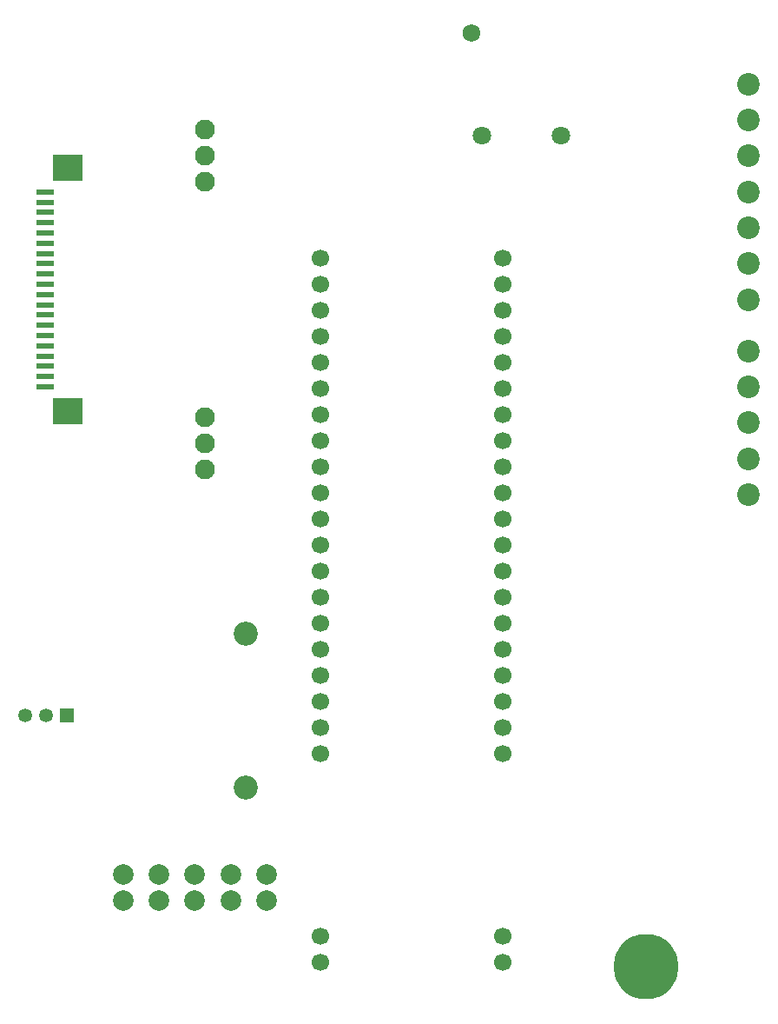
<source format=gbr>
%TF.GenerationSoftware,KiCad,Pcbnew,9.0.2*%
%TF.CreationDate,2025-07-01T09:19:31+03:00*%
%TF.ProjectId,PMCPU-LLP,504d4350-552d-44c4-9c50-2e6b69636164,rev?*%
%TF.SameCoordinates,Original*%
%TF.FileFunction,Soldermask,Bot*%
%TF.FilePolarity,Negative*%
%FSLAX46Y46*%
G04 Gerber Fmt 4.6, Leading zero omitted, Abs format (unit mm)*
G04 Created by KiCad (PCBNEW 9.0.2) date 2025-07-01 09:19:31*
%MOMM*%
%LPD*%
G01*
G04 APERTURE LIST*
%ADD10R,3.000000X2.600000*%
%ADD11R,1.800000X0.600000*%
%ADD12O,6.350000X6.350000*%
%ADD13C,1.800000*%
%ADD14C,1.950000*%
%ADD15R,1.350000X1.350000*%
%ADD16C,1.350000*%
%ADD17C,1.700000*%
%ADD18C,1.725000*%
%ADD19C,2.200000*%
%ADD20C,2.000000*%
%ADD21C,2.350000*%
G04 APERTURE END LIST*
D10*
%TO.C,JM2*%
X-34375000Y8150000D03*
X-34375000Y31850000D03*
D11*
X-36546000Y10500000D03*
X-36546000Y11500000D03*
X-36546000Y12500000D03*
X-36546000Y13500000D03*
X-36546000Y14500000D03*
X-36546000Y15500000D03*
X-36546000Y16500000D03*
X-36546000Y17500000D03*
X-36546000Y18500000D03*
X-36546000Y19500000D03*
X-36546000Y20500000D03*
X-36546000Y21500000D03*
X-36546000Y22500000D03*
X-36546000Y23500000D03*
X-36546000Y24500000D03*
X-36546000Y25500000D03*
X-36546000Y26500000D03*
X-36546000Y27500000D03*
X-36546000Y28500000D03*
X-36546000Y29500000D03*
%TD*%
D12*
%TO.C,PE1*%
X22000000Y-46000000D03*
%TD*%
D13*
%TO.C,J1*%
X13750000Y35000000D03*
X6000000Y35000000D03*
%TD*%
D14*
%TO.C,J5*%
X-21000000Y30460000D03*
X-21000000Y33000000D03*
X-21000000Y35540000D03*
%TD*%
D15*
%TO.C,J11*%
X-34500000Y-21500000D03*
D16*
X-36500000Y-21500000D03*
X-38500000Y-21500000D03*
%TD*%
D14*
%TO.C,J4*%
X-21000000Y2460000D03*
X-21000000Y5000000D03*
X-21000000Y7540000D03*
%TD*%
D17*
%TO.C,U3*%
X-9780000Y23080000D03*
X-9780000Y20540000D03*
X-9780000Y18000000D03*
X-9780000Y15460000D03*
X-9780000Y12920000D03*
X-9780000Y10380000D03*
X-9780000Y7840000D03*
X-9780000Y5300000D03*
X-9780000Y2760000D03*
X-9780000Y220000D03*
X-9780000Y-2320000D03*
X-9780000Y-4860000D03*
X-9780000Y-7400000D03*
X-9780000Y-9940000D03*
X-9780000Y-12480000D03*
X-9780000Y-15020000D03*
X-9780000Y-17560000D03*
X-9780000Y-20100000D03*
X-9780000Y-22640000D03*
X-9780000Y-25180000D03*
X8000000Y-25180000D03*
X8000000Y-22640000D03*
X8000000Y-20100000D03*
X8000000Y-17560000D03*
X8000000Y-15020000D03*
X8000000Y-12480000D03*
X8000000Y-9940000D03*
X8000000Y-7400000D03*
X8000000Y-4860000D03*
X8000000Y-2320000D03*
X8000000Y220000D03*
X8000000Y2760000D03*
X8000000Y5300000D03*
X8000000Y7840000D03*
X8000000Y10380000D03*
X8000000Y12920000D03*
X8000000Y15460000D03*
X8000000Y18000000D03*
X8000000Y20540000D03*
X8000000Y23080000D03*
X-9780000Y-42960000D03*
X8000000Y-42960000D03*
X-9780000Y-45500000D03*
X8000000Y-45500000D03*
%TD*%
D18*
%TO.C,U2*%
X5000000Y45000000D03*
%TD*%
D19*
%TO.C,J14*%
X32000000Y0D03*
X32000000Y3500000D03*
X32000000Y7000000D03*
X32000000Y10500000D03*
X32000000Y14000000D03*
%TD*%
%TO.C,J13*%
X32000000Y19000000D03*
X32000000Y22500000D03*
X32000000Y26000000D03*
X32000000Y29500000D03*
X32000000Y33000000D03*
X32000000Y36500000D03*
X32000000Y40000000D03*
%TD*%
D20*
%TO.C,J3*%
X-29000000Y-37000000D03*
X-25500000Y-37000000D03*
X-22000000Y-37000000D03*
X-18500000Y-37000000D03*
X-15000000Y-37000000D03*
X-29000000Y-39500000D03*
X-25500000Y-39500000D03*
X-22000000Y-39500000D03*
X-18500000Y-39500000D03*
X-15000000Y-39500000D03*
%TD*%
D21*
%TO.C,U1*%
X-17000000Y-28500000D03*
X-17000000Y-13500000D03*
%TD*%
M02*

</source>
